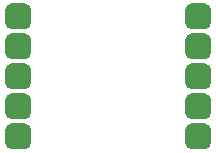
<source format=gbr>
%TF.GenerationSoftware,KiCad,Pcbnew,5.1.8*%
%TF.CreationDate,2020-11-30T19:21:11+01:00*%
%TF.ProjectId,lipo-stamp-proto,6c69706f-2d73-4746-916d-702d70726f74,rev?*%
%TF.SameCoordinates,Original*%
%TF.FileFunction,Soldermask,Bot*%
%TF.FilePolarity,Negative*%
%FSLAX46Y46*%
G04 Gerber Fmt 4.6, Leading zero omitted, Abs format (unit mm)*
G04 Created by KiCad (PCBNEW 5.1.8) date 2020-11-30 19:21:11*
%MOMM*%
%LPD*%
G01*
G04 APERTURE LIST*
G04 APERTURE END LIST*
%TO.C,TP10*%
G36*
G01*
X123360000Y-55160000D02*
X123360000Y-54060000D01*
G75*
G02*
X123910000Y-53510000I550000J0D01*
G01*
X125010000Y-53510000D01*
G75*
G02*
X125560000Y-54060000I0J-550000D01*
G01*
X125560000Y-55160000D01*
G75*
G02*
X125010000Y-55710000I-550000J0D01*
G01*
X123910000Y-55710000D01*
G75*
G02*
X123360000Y-55160000I0J550000D01*
G01*
G37*
%TD*%
%TO.C,TP9*%
G36*
G01*
X123360000Y-62780000D02*
X123360000Y-61680000D01*
G75*
G02*
X123910000Y-61130000I550000J0D01*
G01*
X125010000Y-61130000D01*
G75*
G02*
X125560000Y-61680000I0J-550000D01*
G01*
X125560000Y-62780000D01*
G75*
G02*
X125010000Y-63330000I-550000J0D01*
G01*
X123910000Y-63330000D01*
G75*
G02*
X123360000Y-62780000I0J550000D01*
G01*
G37*
%TD*%
%TO.C,TP8*%
G36*
G01*
X123360000Y-60240000D02*
X123360000Y-59140000D01*
G75*
G02*
X123910000Y-58590000I550000J0D01*
G01*
X125010000Y-58590000D01*
G75*
G02*
X125560000Y-59140000I0J-550000D01*
G01*
X125560000Y-60240000D01*
G75*
G02*
X125010000Y-60790000I-550000J0D01*
G01*
X123910000Y-60790000D01*
G75*
G02*
X123360000Y-60240000I0J550000D01*
G01*
G37*
%TD*%
%TO.C,TP7*%
G36*
G01*
X123360000Y-57700000D02*
X123360000Y-56600000D01*
G75*
G02*
X123910000Y-56050000I550000J0D01*
G01*
X125010000Y-56050000D01*
G75*
G02*
X125560000Y-56600000I0J-550000D01*
G01*
X125560000Y-57700000D01*
G75*
G02*
X125010000Y-58250000I-550000J0D01*
G01*
X123910000Y-58250000D01*
G75*
G02*
X123360000Y-57700000I0J550000D01*
G01*
G37*
%TD*%
%TO.C,TP6*%
G36*
G01*
X123360000Y-65320000D02*
X123360000Y-64220000D01*
G75*
G02*
X123910000Y-63670000I550000J0D01*
G01*
X125010000Y-63670000D01*
G75*
G02*
X125560000Y-64220000I0J-550000D01*
G01*
X125560000Y-65320000D01*
G75*
G02*
X125010000Y-65870000I-550000J0D01*
G01*
X123910000Y-65870000D01*
G75*
G02*
X123360000Y-65320000I0J550000D01*
G01*
G37*
%TD*%
%TO.C,TP5*%
G36*
G01*
X108120000Y-60240000D02*
X108120000Y-59140000D01*
G75*
G02*
X108670000Y-58590000I550000J0D01*
G01*
X109770000Y-58590000D01*
G75*
G02*
X110320000Y-59140000I0J-550000D01*
G01*
X110320000Y-60240000D01*
G75*
G02*
X109770000Y-60790000I-550000J0D01*
G01*
X108670000Y-60790000D01*
G75*
G02*
X108120000Y-60240000I0J550000D01*
G01*
G37*
%TD*%
%TO.C,TP4*%
G36*
G01*
X108120000Y-65320000D02*
X108120000Y-64220000D01*
G75*
G02*
X108670000Y-63670000I550000J0D01*
G01*
X109770000Y-63670000D01*
G75*
G02*
X110320000Y-64220000I0J-550000D01*
G01*
X110320000Y-65320000D01*
G75*
G02*
X109770000Y-65870000I-550000J0D01*
G01*
X108670000Y-65870000D01*
G75*
G02*
X108120000Y-65320000I0J550000D01*
G01*
G37*
%TD*%
%TO.C,TP3*%
G36*
G01*
X108120000Y-62780000D02*
X108120000Y-61680000D01*
G75*
G02*
X108670000Y-61130000I550000J0D01*
G01*
X109770000Y-61130000D01*
G75*
G02*
X110320000Y-61680000I0J-550000D01*
G01*
X110320000Y-62780000D01*
G75*
G02*
X109770000Y-63330000I-550000J0D01*
G01*
X108670000Y-63330000D01*
G75*
G02*
X108120000Y-62780000I0J550000D01*
G01*
G37*
%TD*%
%TO.C,TP2*%
G36*
G01*
X108120000Y-57700000D02*
X108120000Y-56600000D01*
G75*
G02*
X108670000Y-56050000I550000J0D01*
G01*
X109770000Y-56050000D01*
G75*
G02*
X110320000Y-56600000I0J-550000D01*
G01*
X110320000Y-57700000D01*
G75*
G02*
X109770000Y-58250000I-550000J0D01*
G01*
X108670000Y-58250000D01*
G75*
G02*
X108120000Y-57700000I0J550000D01*
G01*
G37*
%TD*%
%TO.C,TP1*%
G36*
G01*
X108120000Y-55160000D02*
X108120000Y-54060000D01*
G75*
G02*
X108670000Y-53510000I550000J0D01*
G01*
X109770000Y-53510000D01*
G75*
G02*
X110320000Y-54060000I0J-550000D01*
G01*
X110320000Y-55160000D01*
G75*
G02*
X109770000Y-55710000I-550000J0D01*
G01*
X108670000Y-55710000D01*
G75*
G02*
X108120000Y-55160000I0J550000D01*
G01*
G37*
%TD*%
M02*

</source>
